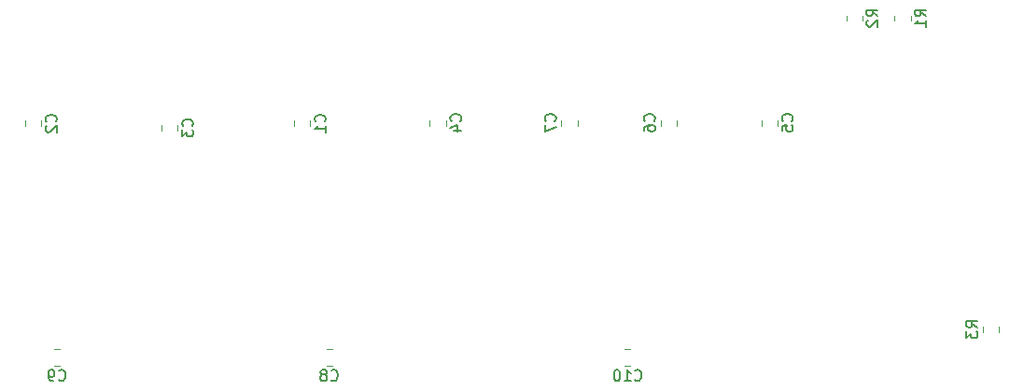
<source format=gbo>
G04 #@! TF.GenerationSoftware,KiCad,Pcbnew,(5.1.12-1-10_14)*
G04 #@! TF.CreationDate,2022-01-01T14:19:29-07:00*
G04 #@! TF.ProjectId,GenMemBlock,47656e4d-656d-4426-9c6f-636b2e6b6963,rev?*
G04 #@! TF.SameCoordinates,Original*
G04 #@! TF.FileFunction,Legend,Bot*
G04 #@! TF.FilePolarity,Positive*
%FSLAX46Y46*%
G04 Gerber Fmt 4.6, Leading zero omitted, Abs format (unit mm)*
G04 Created by KiCad (PCBNEW (5.1.12-1-10_14)) date 2022-01-01 14:19:29*
%MOMM*%
%LPD*%
G01*
G04 APERTURE LIST*
%ADD10C,0.120000*%
%ADD11C,0.150000*%
%ADD12O,1.700000X1.700000*%
%ADD13R,1.700000X1.700000*%
%ADD14R,1.778000X6.985000*%
G04 APERTURE END LIST*
D10*
X125296600Y-103150936D02*
X125296600Y-103605064D01*
X123826600Y-103150936D02*
X123826600Y-103605064D01*
X36984000Y-84952252D02*
X36984000Y-84429748D01*
X38454000Y-84952252D02*
X38454000Y-84429748D01*
X73687000Y-84901452D02*
X73687000Y-84378948D01*
X75157000Y-84901452D02*
X75157000Y-84378948D01*
X96086600Y-84378948D02*
X96086600Y-84901452D01*
X94616600Y-84378948D02*
X94616600Y-84901452D01*
X91381948Y-105183000D02*
X91904452Y-105183000D01*
X91381948Y-106653000D02*
X91904452Y-106653000D01*
X39616748Y-105183000D02*
X40139252Y-105183000D01*
X39616748Y-106653000D02*
X40139252Y-106653000D01*
X64305548Y-105183000D02*
X64828052Y-105183000D01*
X64305548Y-106653000D02*
X64828052Y-106653000D01*
X87095000Y-84378948D02*
X87095000Y-84901452D01*
X85625000Y-84378948D02*
X85625000Y-84901452D01*
X103760600Y-84901452D02*
X103760600Y-84378948D01*
X105230600Y-84901452D02*
X105230600Y-84378948D01*
X49366500Y-85351252D02*
X49366500Y-84828748D01*
X50836500Y-85351252D02*
X50836500Y-84828748D01*
X61380700Y-84952252D02*
X61380700Y-84429748D01*
X62850700Y-84952252D02*
X62850700Y-84429748D01*
X111482200Y-75360264D02*
X111482200Y-74906136D01*
X112952200Y-75360264D02*
X112952200Y-74906136D01*
X115851000Y-75360264D02*
X115851000Y-74906136D01*
X117321000Y-75360264D02*
X117321000Y-74906136D01*
D11*
X123363980Y-103211333D02*
X122887790Y-102878000D01*
X123363980Y-102639904D02*
X122363980Y-102639904D01*
X122363980Y-103020857D01*
X122411600Y-103116095D01*
X122459219Y-103163714D01*
X122554457Y-103211333D01*
X122697314Y-103211333D01*
X122792552Y-103163714D01*
X122840171Y-103116095D01*
X122887790Y-103020857D01*
X122887790Y-102639904D01*
X122363980Y-103544666D02*
X122363980Y-104163714D01*
X122744933Y-103830380D01*
X122744933Y-103973238D01*
X122792552Y-104068476D01*
X122840171Y-104116095D01*
X122935409Y-104163714D01*
X123173504Y-104163714D01*
X123268742Y-104116095D01*
X123316361Y-104068476D01*
X123363980Y-103973238D01*
X123363980Y-103687523D01*
X123316361Y-103592285D01*
X123268742Y-103544666D01*
X39756142Y-84524333D02*
X39803761Y-84476714D01*
X39851380Y-84333857D01*
X39851380Y-84238619D01*
X39803761Y-84095761D01*
X39708523Y-84000523D01*
X39613285Y-83952904D01*
X39422809Y-83905285D01*
X39279952Y-83905285D01*
X39089476Y-83952904D01*
X38994238Y-84000523D01*
X38899000Y-84095761D01*
X38851380Y-84238619D01*
X38851380Y-84333857D01*
X38899000Y-84476714D01*
X38946619Y-84524333D01*
X38946619Y-84905285D02*
X38899000Y-84952904D01*
X38851380Y-85048142D01*
X38851380Y-85286238D01*
X38899000Y-85381476D01*
X38946619Y-85429095D01*
X39041857Y-85476714D01*
X39137095Y-85476714D01*
X39279952Y-85429095D01*
X39851380Y-84857666D01*
X39851380Y-85476714D01*
X76459142Y-84473533D02*
X76506761Y-84425914D01*
X76554380Y-84283057D01*
X76554380Y-84187819D01*
X76506761Y-84044961D01*
X76411523Y-83949723D01*
X76316285Y-83902104D01*
X76125809Y-83854485D01*
X75982952Y-83854485D01*
X75792476Y-83902104D01*
X75697238Y-83949723D01*
X75602000Y-84044961D01*
X75554380Y-84187819D01*
X75554380Y-84283057D01*
X75602000Y-84425914D01*
X75649619Y-84473533D01*
X75887714Y-85330676D02*
X76554380Y-85330676D01*
X75506761Y-85092580D02*
X76221047Y-84854485D01*
X76221047Y-85473533D01*
X94028742Y-84473533D02*
X94076361Y-84425914D01*
X94123980Y-84283057D01*
X94123980Y-84187819D01*
X94076361Y-84044961D01*
X93981123Y-83949723D01*
X93885885Y-83902104D01*
X93695409Y-83854485D01*
X93552552Y-83854485D01*
X93362076Y-83902104D01*
X93266838Y-83949723D01*
X93171600Y-84044961D01*
X93123980Y-84187819D01*
X93123980Y-84283057D01*
X93171600Y-84425914D01*
X93219219Y-84473533D01*
X93123980Y-85330676D02*
X93123980Y-85140200D01*
X93171600Y-85044961D01*
X93219219Y-84997342D01*
X93362076Y-84902104D01*
X93552552Y-84854485D01*
X93933504Y-84854485D01*
X94028742Y-84902104D01*
X94076361Y-84949723D01*
X94123980Y-85044961D01*
X94123980Y-85235438D01*
X94076361Y-85330676D01*
X94028742Y-85378295D01*
X93933504Y-85425914D01*
X93695409Y-85425914D01*
X93600171Y-85378295D01*
X93552552Y-85330676D01*
X93504933Y-85235438D01*
X93504933Y-85044961D01*
X93552552Y-84949723D01*
X93600171Y-84902104D01*
X93695409Y-84854485D01*
X92286057Y-107955142D02*
X92333676Y-108002761D01*
X92476533Y-108050380D01*
X92571771Y-108050380D01*
X92714628Y-108002761D01*
X92809866Y-107907523D01*
X92857485Y-107812285D01*
X92905104Y-107621809D01*
X92905104Y-107478952D01*
X92857485Y-107288476D01*
X92809866Y-107193238D01*
X92714628Y-107098000D01*
X92571771Y-107050380D01*
X92476533Y-107050380D01*
X92333676Y-107098000D01*
X92286057Y-107145619D01*
X91333676Y-108050380D02*
X91905104Y-108050380D01*
X91619390Y-108050380D02*
X91619390Y-107050380D01*
X91714628Y-107193238D01*
X91809866Y-107288476D01*
X91905104Y-107336095D01*
X90714628Y-107050380D02*
X90619390Y-107050380D01*
X90524152Y-107098000D01*
X90476533Y-107145619D01*
X90428914Y-107240857D01*
X90381295Y-107431333D01*
X90381295Y-107669428D01*
X90428914Y-107859904D01*
X90476533Y-107955142D01*
X90524152Y-108002761D01*
X90619390Y-108050380D01*
X90714628Y-108050380D01*
X90809866Y-108002761D01*
X90857485Y-107955142D01*
X90905104Y-107859904D01*
X90952723Y-107669428D01*
X90952723Y-107431333D01*
X90905104Y-107240857D01*
X90857485Y-107145619D01*
X90809866Y-107098000D01*
X90714628Y-107050380D01*
X40044666Y-107955142D02*
X40092285Y-108002761D01*
X40235142Y-108050380D01*
X40330380Y-108050380D01*
X40473238Y-108002761D01*
X40568476Y-107907523D01*
X40616095Y-107812285D01*
X40663714Y-107621809D01*
X40663714Y-107478952D01*
X40616095Y-107288476D01*
X40568476Y-107193238D01*
X40473238Y-107098000D01*
X40330380Y-107050380D01*
X40235142Y-107050380D01*
X40092285Y-107098000D01*
X40044666Y-107145619D01*
X39568476Y-108050380D02*
X39378000Y-108050380D01*
X39282761Y-108002761D01*
X39235142Y-107955142D01*
X39139904Y-107812285D01*
X39092285Y-107621809D01*
X39092285Y-107240857D01*
X39139904Y-107145619D01*
X39187523Y-107098000D01*
X39282761Y-107050380D01*
X39473238Y-107050380D01*
X39568476Y-107098000D01*
X39616095Y-107145619D01*
X39663714Y-107240857D01*
X39663714Y-107478952D01*
X39616095Y-107574190D01*
X39568476Y-107621809D01*
X39473238Y-107669428D01*
X39282761Y-107669428D01*
X39187523Y-107621809D01*
X39139904Y-107574190D01*
X39092285Y-107478952D01*
X64733466Y-107955142D02*
X64781085Y-108002761D01*
X64923942Y-108050380D01*
X65019180Y-108050380D01*
X65162038Y-108002761D01*
X65257276Y-107907523D01*
X65304895Y-107812285D01*
X65352514Y-107621809D01*
X65352514Y-107478952D01*
X65304895Y-107288476D01*
X65257276Y-107193238D01*
X65162038Y-107098000D01*
X65019180Y-107050380D01*
X64923942Y-107050380D01*
X64781085Y-107098000D01*
X64733466Y-107145619D01*
X64162038Y-107478952D02*
X64257276Y-107431333D01*
X64304895Y-107383714D01*
X64352514Y-107288476D01*
X64352514Y-107240857D01*
X64304895Y-107145619D01*
X64257276Y-107098000D01*
X64162038Y-107050380D01*
X63971561Y-107050380D01*
X63876323Y-107098000D01*
X63828704Y-107145619D01*
X63781085Y-107240857D01*
X63781085Y-107288476D01*
X63828704Y-107383714D01*
X63876323Y-107431333D01*
X63971561Y-107478952D01*
X64162038Y-107478952D01*
X64257276Y-107526571D01*
X64304895Y-107574190D01*
X64352514Y-107669428D01*
X64352514Y-107859904D01*
X64304895Y-107955142D01*
X64257276Y-108002761D01*
X64162038Y-108050380D01*
X63971561Y-108050380D01*
X63876323Y-108002761D01*
X63828704Y-107955142D01*
X63781085Y-107859904D01*
X63781085Y-107669428D01*
X63828704Y-107574190D01*
X63876323Y-107526571D01*
X63971561Y-107478952D01*
X85037142Y-84473533D02*
X85084761Y-84425914D01*
X85132380Y-84283057D01*
X85132380Y-84187819D01*
X85084761Y-84044961D01*
X84989523Y-83949723D01*
X84894285Y-83902104D01*
X84703809Y-83854485D01*
X84560952Y-83854485D01*
X84370476Y-83902104D01*
X84275238Y-83949723D01*
X84180000Y-84044961D01*
X84132380Y-84187819D01*
X84132380Y-84283057D01*
X84180000Y-84425914D01*
X84227619Y-84473533D01*
X84132380Y-84806866D02*
X84132380Y-85473533D01*
X85132380Y-85044961D01*
X106532742Y-84473533D02*
X106580361Y-84425914D01*
X106627980Y-84283057D01*
X106627980Y-84187819D01*
X106580361Y-84044961D01*
X106485123Y-83949723D01*
X106389885Y-83902104D01*
X106199409Y-83854485D01*
X106056552Y-83854485D01*
X105866076Y-83902104D01*
X105770838Y-83949723D01*
X105675600Y-84044961D01*
X105627980Y-84187819D01*
X105627980Y-84283057D01*
X105675600Y-84425914D01*
X105723219Y-84473533D01*
X105627980Y-85378295D02*
X105627980Y-84902104D01*
X106104171Y-84854485D01*
X106056552Y-84902104D01*
X106008933Y-84997342D01*
X106008933Y-85235438D01*
X106056552Y-85330676D01*
X106104171Y-85378295D01*
X106199409Y-85425914D01*
X106437504Y-85425914D01*
X106532742Y-85378295D01*
X106580361Y-85330676D01*
X106627980Y-85235438D01*
X106627980Y-84997342D01*
X106580361Y-84902104D01*
X106532742Y-84854485D01*
X52138642Y-84923333D02*
X52186261Y-84875714D01*
X52233880Y-84732857D01*
X52233880Y-84637619D01*
X52186261Y-84494761D01*
X52091023Y-84399523D01*
X51995785Y-84351904D01*
X51805309Y-84304285D01*
X51662452Y-84304285D01*
X51471976Y-84351904D01*
X51376738Y-84399523D01*
X51281500Y-84494761D01*
X51233880Y-84637619D01*
X51233880Y-84732857D01*
X51281500Y-84875714D01*
X51329119Y-84923333D01*
X51233880Y-85256666D02*
X51233880Y-85875714D01*
X51614833Y-85542380D01*
X51614833Y-85685238D01*
X51662452Y-85780476D01*
X51710071Y-85828095D01*
X51805309Y-85875714D01*
X52043404Y-85875714D01*
X52138642Y-85828095D01*
X52186261Y-85780476D01*
X52233880Y-85685238D01*
X52233880Y-85399523D01*
X52186261Y-85304285D01*
X52138642Y-85256666D01*
X64152842Y-84524333D02*
X64200461Y-84476714D01*
X64248080Y-84333857D01*
X64248080Y-84238619D01*
X64200461Y-84095761D01*
X64105223Y-84000523D01*
X64009985Y-83952904D01*
X63819509Y-83905285D01*
X63676652Y-83905285D01*
X63486176Y-83952904D01*
X63390938Y-84000523D01*
X63295700Y-84095761D01*
X63248080Y-84238619D01*
X63248080Y-84333857D01*
X63295700Y-84476714D01*
X63343319Y-84524333D01*
X64248080Y-85476714D02*
X64248080Y-84905285D01*
X64248080Y-85191000D02*
X63248080Y-85191000D01*
X63390938Y-85095761D01*
X63486176Y-85000523D01*
X63533795Y-84905285D01*
X114319580Y-74966533D02*
X113843390Y-74633200D01*
X114319580Y-74395104D02*
X113319580Y-74395104D01*
X113319580Y-74776057D01*
X113367200Y-74871295D01*
X113414819Y-74918914D01*
X113510057Y-74966533D01*
X113652914Y-74966533D01*
X113748152Y-74918914D01*
X113795771Y-74871295D01*
X113843390Y-74776057D01*
X113843390Y-74395104D01*
X113414819Y-75347485D02*
X113367200Y-75395104D01*
X113319580Y-75490342D01*
X113319580Y-75728438D01*
X113367200Y-75823676D01*
X113414819Y-75871295D01*
X113510057Y-75918914D01*
X113605295Y-75918914D01*
X113748152Y-75871295D01*
X114319580Y-75299866D01*
X114319580Y-75918914D01*
X118688380Y-74966533D02*
X118212190Y-74633200D01*
X118688380Y-74395104D02*
X117688380Y-74395104D01*
X117688380Y-74776057D01*
X117736000Y-74871295D01*
X117783619Y-74918914D01*
X117878857Y-74966533D01*
X118021714Y-74966533D01*
X118116952Y-74918914D01*
X118164571Y-74871295D01*
X118212190Y-74776057D01*
X118212190Y-74395104D01*
X118688380Y-75918914D02*
X118688380Y-75347485D01*
X118688380Y-75633200D02*
X117688380Y-75633200D01*
X117831238Y-75537961D01*
X117926476Y-75442723D01*
X117974095Y-75347485D01*
%LPC*%
D12*
X112268000Y-97282000D03*
X114808000Y-97282000D03*
X112268000Y-99822000D03*
X114808000Y-99822000D03*
X112268000Y-102362000D03*
X114808000Y-102362000D03*
X112268000Y-104902000D03*
D13*
X114808000Y-104902000D03*
D14*
X106680000Y-130810000D03*
X104140000Y-130810000D03*
X101600000Y-130810000D03*
X99060000Y-130810000D03*
X96520000Y-130810000D03*
X93980000Y-130810000D03*
X91440000Y-130810000D03*
X88900000Y-130810000D03*
X86360000Y-130810000D03*
X83820000Y-130810000D03*
X81280000Y-130810000D03*
X78740000Y-130810000D03*
X76200000Y-130810000D03*
X73660000Y-130810000D03*
X71120000Y-130810000D03*
X68580000Y-130810000D03*
X66040000Y-130810000D03*
X63500000Y-130810000D03*
X60960000Y-130810000D03*
X58420000Y-130810000D03*
X55880000Y-130810000D03*
X53340000Y-130810000D03*
X119380000Y-130810000D03*
X109220000Y-130810000D03*
X116840000Y-130810000D03*
X111760000Y-130810000D03*
X114300000Y-130810000D03*
X50800000Y-130810000D03*
X43180000Y-130810000D03*
X48260000Y-130810000D03*
X45720000Y-130810000D03*
X40640000Y-130810000D03*
G36*
G01*
X124111599Y-103778000D02*
X125011601Y-103778000D01*
G75*
G02*
X125261600Y-104027999I0J-249999D01*
G01*
X125261600Y-104728001D01*
G75*
G02*
X125011601Y-104978000I-249999J0D01*
G01*
X124111599Y-104978000D01*
G75*
G02*
X123861600Y-104728001I0J249999D01*
G01*
X123861600Y-104027999D01*
G75*
G02*
X124111599Y-103778000I249999J0D01*
G01*
G37*
G36*
G01*
X124111599Y-101778000D02*
X125011601Y-101778000D01*
G75*
G02*
X125261600Y-102027999I0J-249999D01*
G01*
X125261600Y-102728001D01*
G75*
G02*
X125011601Y-102978000I-249999J0D01*
G01*
X124111599Y-102978000D01*
G75*
G02*
X123861600Y-102728001I0J249999D01*
G01*
X123861600Y-102027999D01*
G75*
G02*
X124111599Y-101778000I249999J0D01*
G01*
G37*
D12*
X35789000Y-76690000D03*
X35789000Y-74150000D03*
X38329000Y-76690000D03*
X38329000Y-74150000D03*
X40869000Y-76690000D03*
X40869000Y-74150000D03*
X43409000Y-76690000D03*
X43409000Y-74150000D03*
X45949000Y-76690000D03*
X45949000Y-74150000D03*
X48489000Y-76690000D03*
X48489000Y-74150000D03*
X51029000Y-76690000D03*
X51029000Y-74150000D03*
X53569000Y-76690000D03*
X53569000Y-74150000D03*
X56109000Y-76690000D03*
X56109000Y-74150000D03*
X58649000Y-76690000D03*
X58649000Y-74150000D03*
X61189000Y-76690000D03*
X61189000Y-74150000D03*
X63729000Y-76690000D03*
X63729000Y-74150000D03*
X66269000Y-76690000D03*
D13*
X66269000Y-74150000D03*
G36*
G01*
X38194000Y-84241000D02*
X37244000Y-84241000D01*
G75*
G02*
X36994000Y-83991000I0J250000D01*
G01*
X36994000Y-83316000D01*
G75*
G02*
X37244000Y-83066000I250000J0D01*
G01*
X38194000Y-83066000D01*
G75*
G02*
X38444000Y-83316000I0J-250000D01*
G01*
X38444000Y-83991000D01*
G75*
G02*
X38194000Y-84241000I-250000J0D01*
G01*
G37*
G36*
G01*
X38194000Y-86316000D02*
X37244000Y-86316000D01*
G75*
G02*
X36994000Y-86066000I0J250000D01*
G01*
X36994000Y-85391000D01*
G75*
G02*
X37244000Y-85141000I250000J0D01*
G01*
X38194000Y-85141000D01*
G75*
G02*
X38444000Y-85391000I0J-250000D01*
G01*
X38444000Y-86066000D01*
G75*
G02*
X38194000Y-86316000I-250000J0D01*
G01*
G37*
D12*
X76327000Y-114503200D03*
X76327000Y-117043200D03*
X73787000Y-114503200D03*
X73787000Y-117043200D03*
X71247000Y-114503200D03*
X71247000Y-117043200D03*
X68707000Y-114503200D03*
X68707000Y-117043200D03*
X66167000Y-114503200D03*
D13*
X66167000Y-117043200D03*
G36*
G01*
X74897000Y-84190200D02*
X73947000Y-84190200D01*
G75*
G02*
X73697000Y-83940200I0J250000D01*
G01*
X73697000Y-83265200D01*
G75*
G02*
X73947000Y-83015200I250000J0D01*
G01*
X74897000Y-83015200D01*
G75*
G02*
X75147000Y-83265200I0J-250000D01*
G01*
X75147000Y-83940200D01*
G75*
G02*
X74897000Y-84190200I-250000J0D01*
G01*
G37*
G36*
G01*
X74897000Y-86265200D02*
X73947000Y-86265200D01*
G75*
G02*
X73697000Y-86015200I0J250000D01*
G01*
X73697000Y-85340200D01*
G75*
G02*
X73947000Y-85090200I250000J0D01*
G01*
X74897000Y-85090200D01*
G75*
G02*
X75147000Y-85340200I0J-250000D01*
G01*
X75147000Y-86015200D01*
G75*
G02*
X74897000Y-86265200I-250000J0D01*
G01*
G37*
G36*
G01*
X94876600Y-85090200D02*
X95826600Y-85090200D01*
G75*
G02*
X96076600Y-85340200I0J-250000D01*
G01*
X96076600Y-86015200D01*
G75*
G02*
X95826600Y-86265200I-250000J0D01*
G01*
X94876600Y-86265200D01*
G75*
G02*
X94626600Y-86015200I0J250000D01*
G01*
X94626600Y-85340200D01*
G75*
G02*
X94876600Y-85090200I250000J0D01*
G01*
G37*
G36*
G01*
X94876600Y-83015200D02*
X95826600Y-83015200D01*
G75*
G02*
X96076600Y-83265200I0J-250000D01*
G01*
X96076600Y-83940200D01*
G75*
G02*
X95826600Y-84190200I-250000J0D01*
G01*
X94876600Y-84190200D01*
G75*
G02*
X94626600Y-83940200I0J250000D01*
G01*
X94626600Y-83265200D01*
G75*
G02*
X94876600Y-83015200I250000J0D01*
G01*
G37*
G36*
G01*
X92093200Y-106393000D02*
X92093200Y-105443000D01*
G75*
G02*
X92343200Y-105193000I250000J0D01*
G01*
X93018200Y-105193000D01*
G75*
G02*
X93268200Y-105443000I0J-250000D01*
G01*
X93268200Y-106393000D01*
G75*
G02*
X93018200Y-106643000I-250000J0D01*
G01*
X92343200Y-106643000D01*
G75*
G02*
X92093200Y-106393000I0J250000D01*
G01*
G37*
G36*
G01*
X90018200Y-106393000D02*
X90018200Y-105443000D01*
G75*
G02*
X90268200Y-105193000I250000J0D01*
G01*
X90943200Y-105193000D01*
G75*
G02*
X91193200Y-105443000I0J-250000D01*
G01*
X91193200Y-106393000D01*
G75*
G02*
X90943200Y-106643000I-250000J0D01*
G01*
X90268200Y-106643000D01*
G75*
G02*
X90018200Y-106393000I0J250000D01*
G01*
G37*
G36*
G01*
X40328000Y-106393000D02*
X40328000Y-105443000D01*
G75*
G02*
X40578000Y-105193000I250000J0D01*
G01*
X41253000Y-105193000D01*
G75*
G02*
X41503000Y-105443000I0J-250000D01*
G01*
X41503000Y-106393000D01*
G75*
G02*
X41253000Y-106643000I-250000J0D01*
G01*
X40578000Y-106643000D01*
G75*
G02*
X40328000Y-106393000I0J250000D01*
G01*
G37*
G36*
G01*
X38253000Y-106393000D02*
X38253000Y-105443000D01*
G75*
G02*
X38503000Y-105193000I250000J0D01*
G01*
X39178000Y-105193000D01*
G75*
G02*
X39428000Y-105443000I0J-250000D01*
G01*
X39428000Y-106393000D01*
G75*
G02*
X39178000Y-106643000I-250000J0D01*
G01*
X38503000Y-106643000D01*
G75*
G02*
X38253000Y-106393000I0J250000D01*
G01*
G37*
G36*
G01*
X65016800Y-106393000D02*
X65016800Y-105443000D01*
G75*
G02*
X65266800Y-105193000I250000J0D01*
G01*
X65941800Y-105193000D01*
G75*
G02*
X66191800Y-105443000I0J-250000D01*
G01*
X66191800Y-106393000D01*
G75*
G02*
X65941800Y-106643000I-250000J0D01*
G01*
X65266800Y-106643000D01*
G75*
G02*
X65016800Y-106393000I0J250000D01*
G01*
G37*
G36*
G01*
X62941800Y-106393000D02*
X62941800Y-105443000D01*
G75*
G02*
X63191800Y-105193000I250000J0D01*
G01*
X63866800Y-105193000D01*
G75*
G02*
X64116800Y-105443000I0J-250000D01*
G01*
X64116800Y-106393000D01*
G75*
G02*
X63866800Y-106643000I-250000J0D01*
G01*
X63191800Y-106643000D01*
G75*
G02*
X62941800Y-106393000I0J250000D01*
G01*
G37*
G36*
G01*
X85885000Y-85090200D02*
X86835000Y-85090200D01*
G75*
G02*
X87085000Y-85340200I0J-250000D01*
G01*
X87085000Y-86015200D01*
G75*
G02*
X86835000Y-86265200I-250000J0D01*
G01*
X85885000Y-86265200D01*
G75*
G02*
X85635000Y-86015200I0J250000D01*
G01*
X85635000Y-85340200D01*
G75*
G02*
X85885000Y-85090200I250000J0D01*
G01*
G37*
G36*
G01*
X85885000Y-83015200D02*
X86835000Y-83015200D01*
G75*
G02*
X87085000Y-83265200I0J-250000D01*
G01*
X87085000Y-83940200D01*
G75*
G02*
X86835000Y-84190200I-250000J0D01*
G01*
X85885000Y-84190200D01*
G75*
G02*
X85635000Y-83940200I0J250000D01*
G01*
X85635000Y-83265200D01*
G75*
G02*
X85885000Y-83015200I250000J0D01*
G01*
G37*
G36*
G01*
X104970600Y-84190200D02*
X104020600Y-84190200D01*
G75*
G02*
X103770600Y-83940200I0J250000D01*
G01*
X103770600Y-83265200D01*
G75*
G02*
X104020600Y-83015200I250000J0D01*
G01*
X104970600Y-83015200D01*
G75*
G02*
X105220600Y-83265200I0J-250000D01*
G01*
X105220600Y-83940200D01*
G75*
G02*
X104970600Y-84190200I-250000J0D01*
G01*
G37*
G36*
G01*
X104970600Y-86265200D02*
X104020600Y-86265200D01*
G75*
G02*
X103770600Y-86015200I0J250000D01*
G01*
X103770600Y-85340200D01*
G75*
G02*
X104020600Y-85090200I250000J0D01*
G01*
X104970600Y-85090200D01*
G75*
G02*
X105220600Y-85340200I0J-250000D01*
G01*
X105220600Y-86015200D01*
G75*
G02*
X104970600Y-86265200I-250000J0D01*
G01*
G37*
G36*
G01*
X50576500Y-84640000D02*
X49626500Y-84640000D01*
G75*
G02*
X49376500Y-84390000I0J250000D01*
G01*
X49376500Y-83715000D01*
G75*
G02*
X49626500Y-83465000I250000J0D01*
G01*
X50576500Y-83465000D01*
G75*
G02*
X50826500Y-83715000I0J-250000D01*
G01*
X50826500Y-84390000D01*
G75*
G02*
X50576500Y-84640000I-250000J0D01*
G01*
G37*
G36*
G01*
X50576500Y-86715000D02*
X49626500Y-86715000D01*
G75*
G02*
X49376500Y-86465000I0J250000D01*
G01*
X49376500Y-85790000D01*
G75*
G02*
X49626500Y-85540000I250000J0D01*
G01*
X50576500Y-85540000D01*
G75*
G02*
X50826500Y-85790000I0J-250000D01*
G01*
X50826500Y-86465000D01*
G75*
G02*
X50576500Y-86715000I-250000J0D01*
G01*
G37*
G36*
G01*
X62590700Y-84241000D02*
X61640700Y-84241000D01*
G75*
G02*
X61390700Y-83991000I0J250000D01*
G01*
X61390700Y-83316000D01*
G75*
G02*
X61640700Y-83066000I250000J0D01*
G01*
X62590700Y-83066000D01*
G75*
G02*
X62840700Y-83316000I0J-250000D01*
G01*
X62840700Y-83991000D01*
G75*
G02*
X62590700Y-84241000I-250000J0D01*
G01*
G37*
G36*
G01*
X62590700Y-86316000D02*
X61640700Y-86316000D01*
G75*
G02*
X61390700Y-86066000I0J250000D01*
G01*
X61390700Y-85391000D01*
G75*
G02*
X61640700Y-85141000I250000J0D01*
G01*
X62590700Y-85141000D01*
G75*
G02*
X62840700Y-85391000I0J-250000D01*
G01*
X62840700Y-86066000D01*
G75*
G02*
X62590700Y-86316000I-250000J0D01*
G01*
G37*
D12*
X94107000Y-114503200D03*
X94107000Y-117043200D03*
X91567000Y-114503200D03*
X91567000Y-117043200D03*
X89027000Y-114503200D03*
X89027000Y-117043200D03*
X86487000Y-114503200D03*
X86487000Y-117043200D03*
X83947000Y-114503200D03*
D13*
X83947000Y-117043200D03*
D12*
X124587000Y-114503200D03*
X124587000Y-117043200D03*
X122047000Y-114503200D03*
X122047000Y-117043200D03*
X119507000Y-114503200D03*
X119507000Y-117043200D03*
X116967000Y-114503200D03*
X116967000Y-117043200D03*
X114427000Y-114503200D03*
X114427000Y-117043200D03*
X111887000Y-114503200D03*
X111887000Y-117043200D03*
X109347000Y-114503200D03*
X109347000Y-117043200D03*
X106807000Y-114503200D03*
X106807000Y-117043200D03*
X104267000Y-114503200D03*
X104267000Y-117043200D03*
X101727000Y-114503200D03*
D13*
X101727000Y-117043200D03*
D12*
X58572400Y-114503200D03*
X58572400Y-117043200D03*
X56032400Y-114503200D03*
X56032400Y-117043200D03*
X53492400Y-114503200D03*
X53492400Y-117043200D03*
X50952400Y-114503200D03*
X50952400Y-117043200D03*
X48412400Y-114503200D03*
X48412400Y-117043200D03*
X45872400Y-114503200D03*
X45872400Y-117043200D03*
X43332400Y-114503200D03*
X43332400Y-117043200D03*
X40792400Y-114503200D03*
X40792400Y-117043200D03*
X38252400Y-114503200D03*
X38252400Y-117043200D03*
X35712400Y-114503200D03*
D13*
X35712400Y-117043200D03*
D12*
X83921600Y-76690000D03*
X83921600Y-74150000D03*
X86461600Y-76690000D03*
X86461600Y-74150000D03*
X89001600Y-76690000D03*
X89001600Y-74150000D03*
X91541600Y-76690000D03*
X91541600Y-74150000D03*
X94081600Y-76690000D03*
X94081600Y-74150000D03*
X96621600Y-76690000D03*
X96621600Y-74150000D03*
X99161600Y-76690000D03*
X99161600Y-74150000D03*
X101701600Y-76690000D03*
X101701600Y-74150000D03*
X104241600Y-76690000D03*
X104241600Y-74150000D03*
X106781600Y-76690000D03*
D13*
X106781600Y-74150000D03*
D12*
X122037000Y-74140000D03*
X124577000Y-74140000D03*
X122037000Y-76680000D03*
X124577000Y-76680000D03*
X122037000Y-79220000D03*
X124577000Y-79220000D03*
X122037000Y-81760000D03*
X124577000Y-81760000D03*
X122037000Y-84300000D03*
X124577000Y-84300000D03*
X122037000Y-86840000D03*
X124577000Y-86840000D03*
X122037000Y-89380000D03*
X124577000Y-89380000D03*
X122037000Y-91920000D03*
X124577000Y-91920000D03*
X122037000Y-94460000D03*
X124577000Y-94460000D03*
X122037000Y-97000000D03*
D13*
X124577000Y-97000000D03*
G36*
G01*
X112667201Y-74733200D02*
X111767199Y-74733200D01*
G75*
G02*
X111517200Y-74483201I0J249999D01*
G01*
X111517200Y-73783199D01*
G75*
G02*
X111767199Y-73533200I249999J0D01*
G01*
X112667201Y-73533200D01*
G75*
G02*
X112917200Y-73783199I0J-249999D01*
G01*
X112917200Y-74483201D01*
G75*
G02*
X112667201Y-74733200I-249999J0D01*
G01*
G37*
G36*
G01*
X112667201Y-76733200D02*
X111767199Y-76733200D01*
G75*
G02*
X111517200Y-76483201I0J249999D01*
G01*
X111517200Y-75783199D01*
G75*
G02*
X111767199Y-75533200I249999J0D01*
G01*
X112667201Y-75533200D01*
G75*
G02*
X112917200Y-75783199I0J-249999D01*
G01*
X112917200Y-76483201D01*
G75*
G02*
X112667201Y-76733200I-249999J0D01*
G01*
G37*
G36*
G01*
X117036001Y-74733200D02*
X116135999Y-74733200D01*
G75*
G02*
X115886000Y-74483201I0J249999D01*
G01*
X115886000Y-73783199D01*
G75*
G02*
X116135999Y-73533200I249999J0D01*
G01*
X117036001Y-73533200D01*
G75*
G02*
X117286000Y-73783199I0J-249999D01*
G01*
X117286000Y-74483201D01*
G75*
G02*
X117036001Y-74733200I-249999J0D01*
G01*
G37*
G36*
G01*
X117036001Y-76733200D02*
X116135999Y-76733200D01*
G75*
G02*
X115886000Y-76483201I0J249999D01*
G01*
X115886000Y-75783199D01*
G75*
G02*
X116135999Y-75533200I249999J0D01*
G01*
X117036001Y-75533200D01*
G75*
G02*
X117286000Y-75783199I0J-249999D01*
G01*
X117286000Y-76483201D01*
G75*
G02*
X117036001Y-76733200I-249999J0D01*
G01*
G37*
M02*

</source>
